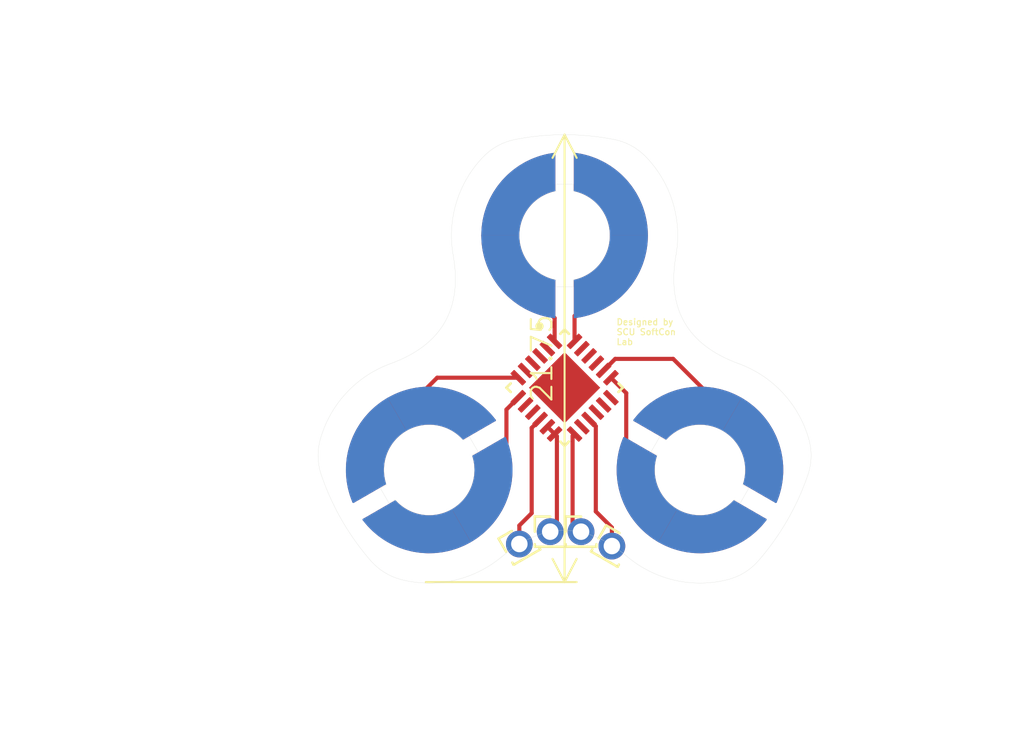
<source format=kicad_pcb>
(kicad_pcb (version 20241229) (generator "pcbnew") (generator_version "9.0")
  (layers (0 "F.Cu" signal) (2 "B.Cu" signal) (13 "F.Paste" user) (15 "B.Paste" user) (5 "F.SilkS" user "F.Silkscreen") (7 "B.SilkS" user "B.Silkscreen") (1 "F.Mask" user) (3 "B.Mask" user) (25 "Edge.Cuts" user))
  (net 0 "")
  (net 1 "SDA")
  (net 2 "SCL")
  (net 3 "GND")
  (net 4 "vcc")
  (net 5 "24")
  (footprint "Library:capacitive pad" (layer "F.Cu") (at 133.418225 93.8 120)
    (property "Reference" "REF**" (hide yes))
    (property "Value" "capacitive pad")
    (fp_line (start -0.5 -3.969109) (end -0.5 -2.193738) (stroke (width 0.1)) (layer "B.Cu"))
    (fp_line (start -0.5 3.969114) (end -0.5 2.193743) (stroke (width 0.1)) (layer "B.Cu"))
    (fp_arc (start -2.25 0.000003) (mid -1.758906 -1.403119) (end -0.5 -2.193738) (stroke (width 0.1)) (layer "B.Cu"))
    (fp_arc (start -4 0.000003) (mid -2.998711 -2.647209) (end -0.496134 -3.969109) (stroke (width 0.1)) (layer "B.Cu"))
    (fp_arc (start -0.5 2.193743) (mid -1.758906 1.403123) (end -2.25 0.000002) (stroke (width 0.1)) (layer "B.Cu"))
    (fp_arc (start -0.496135 3.969114) (mid -2.998711 2.647214) (end -4 0.000002) (stroke (width 0.1)) (layer "B.Cu"))
    (fp_poly (pts (xy -4 0.000002) (xy -3.888081 0.939591) (xy -3.547043 1.848916) (xy -2.998711 2.647214) (xy -2.254905 3.303848) (xy -1.303503 3.781652) (xy -0.496135 3.969114) (xy -0.5 2.193743) (xy -1.188316 1.910606) (xy -1.665865 1.512416) (xy -2.026996 0.976625) (xy -2.18981 0.516948) (xy -2.25 0.000003)) (fill yes) (layer "B.Cu"))
    (fp_poly (pts (xy -4 0.000003) (xy -3.888081 -0.939586) (xy -3.547043 -1.848911) (xy -2.998711 -2.647209) (xy -2.254906 -3.303843) (xy -1.303503 -3.781647) (xy -0.496134 -3.969109) (xy -0.5 -2.193738) (xy -1.188316 -1.910601) (xy -1.665865 -1.512411) (xy -2.026995 -0.97662) (xy -2.18981 -0.516943) (xy -2.25 0.000002)) (fill yes) (layer "B.Cu"))
    (pad "1" smd custom (at -3 0 120) (size 1 1) (layers "F.Cu" "F.Mask" "F.Paste") (options (clearance outline) (anchor circle)) (primitives (gr_poly (pts (xy -1 0.000002) (xy -0.888081 -0.939587) (xy -0.547043 -1.848912) (xy 0.001289 -2.64721) (xy 0.745095 -3.303844) (xy 1.696497 -3.781648) (xy 2.503866 -3.96911) (xy 2.5 -2.193739) (xy 1.811684 -1.910602) (xy 1.334135 -1.512412) (xy 0.973005 -0.976621) (xy 0.81019 -0.516944) (xy 0.75 0.000001)) (width 0) (fill yes)) (gr_poly (pts (xy -1 0.000001) (xy -0.888081 0.93959) (xy -0.547043 1.848915) (xy 0.001289 2.647213) (xy 0.745095 3.303847) (xy 1.696497 3.781651) (xy 2.503866 3.969113) (xy 2.5 2.193742) (xy 1.811684 1.910605) (xy 1.334135 1.512415) (xy 0.973005 0.976624) (xy 0.81019 0.516947) (xy 0.75 0.000002)) (width 0) (fill yes)) (gr_arc (start 2.503866 3.969113) (mid 0.001289 2.647213) (end -1 0.000001) (width 0.1)) (gr_arc (start 2.5 2.193742) (mid 1.241094 1.403122) (end 0.75 0.000001) (width 0.1)) (gr_arc (start 0.75 0.000002) (mid 1.241094 -1.40312) (end 2.5 -2.193739) (width 0.1)) (gr_arc (start -1 0.000002) (mid 0.001289 -2.64721) (end 2.503866 -3.96911) (width 0.1)) (gr_line (start 2.5 3.969113) (end 2.5 2.193742) (width 0.1)) (gr_line (start 2.5 -3.96911) (end 2.5 -2.193739) (width 0.1))))
  )
  (footprint "Library:QFN50P400X400X80-25N" (layer "F.Cu") (at 140 89.8 -45)
    (property "Reference" "REF**" (hide yes))
    (property "Value" "QFN50P400X400X80-25N")
    (fp_line (start -2 2) (end -2.000001 1.705) (stroke (width 0.127)) (layer "F.SilkS"))
    (fp_line (start -2 2) (end -1.705 2.000001) (stroke (width 0.127)) (layer "F.SilkS"))
    (fp_line (start -2 -2) (end -2.000001 -1.705) (stroke (width 0.127)) (layer "F.SilkS"))
    (fp_line (start -2 -2) (end -1.705 -2.000001) (stroke (width 0.127)) (layer "F.SilkS"))
    (fp_line (start 2 2) (end 1.705 2.000001) (stroke (width 0.127)) (layer "F.SilkS"))
    (fp_line (start 2 2) (end 2.000001 1.705) (stroke (width 0.127)) (layer "F.SilkS"))
    (fp_line (start 2 -2) (end 1.705 -2.000001) (stroke (width 0.127)) (layer "F.SilkS"))
    (fp_line (start 2 -2) (end 2.000001 -1.705) (stroke (width 0.127)) (layer "F.SilkS"))
    (fp_circle (center -2.975 -1.25) (end -2.875 -1.249999) (stroke (width 0.2)) (fill no) (layer "F.SilkS"))
    (pad "1" smd roundrect (at -1.935 -1.25 315) (size 0.84 0.27) (layers "F.Cu" "F.Mask" "F.Paste") (roundrect_rratio 0.125))
    (pad "2" smd roundrect (at -1.935001 -0.75 315) (size 0.84 0.27) (layers "F.Cu" "F.Mask" "F.Paste") (roundrect_rratio 0.125))
    (pad "3" smd roundrect (at -1.935 -0.25 315) (size 0.84 0.27) (layers "F.Cu" "F.Mask" "F.Paste") (roundrect_rratio 0.125))
    (pad "4" smd roundrect (at -1.935 0.25 315) (size 0.84 0.27) (layers "F.Cu" "F.Mask" "F.Paste") (roundrect_rratio 0.125))
    (pad "5" smd roundrect (at -1.935001 0.75 315) (size 0.84 0.27) (layers "F.Cu" "F.Mask" "F.Paste") (roundrect_rratio 0.125))
    (pad "6" smd roundrect (at -1.935 1.25 315) (size 0.84 0.27) (layers "F.Cu" "F.Mask" "F.Paste") (roundrect_rratio 0.125))
    (pad "7" smd roundrect (at -1.25 1.935 315) (size 0.27 0.84) (layers "F.Cu" "F.Mask" "F.Paste") (roundrect_rratio 0.125))
    (pad "8" smd roundrect (at -0.75 1.935001 315) (size 0.27 0.84) (layers "F.Cu" "F.Mask" "F.Paste") (roundrect_rratio 0.125))
    (pad "9" smd roundrect (at -0.25 1.935 315) (size 0.27 0.84) (layers "F.Cu" "F.Mask" "F.Paste") (roundrect_rratio 0.125))
    (pad "10" smd roundrect (at 0.25 1.935 315) (size 0.27 0.84) (layers "F.Cu" "F.Mask" "F.Paste") (roundrect_rratio 0.125) (net 3 "GND"))
    (pad "11" smd roundrect (at 0.75 1.935001 315) (size 0.27 0.84) (layers "F.Cu" "F.Mask" "F.Paste") (roundrect_rratio 0.125) (net 4 "vcc"))
    (pad "12" smd roundrect (at 1.25 1.935 315) (size 0.27 0.84) (layers "F.Cu" "F.Mask" "F.Paste") (roundrect_rratio 0.125) (net 4 "vcc"))
    (pad "13" smd roundrect (at 1.935 1.25 315) (size 0.84 0.27) (layers "F.Cu" "F.Mask" "F.Paste") (roundrect_rratio 0.125) (net 1 "SDA"))
    (pad "14" smd roundrect (at 1.935001 0.75 315) (size 0.84 0.27) (layers "F.Cu" "F.Mask" "F.Paste") (roundrect_rratio 0.125))
    (pad "15" smd roundrect (at 1.935 0.25 315) (size 0.84 0.27) (layers "F.Cu" "F.Mask" "F.Paste") (roundrect_rratio 0.125) (net 2 "SCL"))
    (pad "16" smd roundrect (at 1.935 -0.25 315) (size 0.84 0.27) (layers "F.Cu" "F.Mask" "F.Paste") (roundrect_rratio 0.125))
    (pad "17" smd roundrect (at 1.935001 -0.75 315) (size 0.84 0.27) (layers "F.Cu" "F.Mask" "F.Paste") (roundrect_rratio 0.125))
    (pad "18" smd roundrect (at 1.935 -1.25 315) (size 0.84 0.27) (layers "F.Cu" "F.Mask" "F.Paste") (roundrect_rratio 0.125))
    (pad "19" smd roundrect (at 1.25 -1.935 315) (size 0.27 0.84) (layers "F.Cu" "F.Mask" "F.Paste") (roundrect_rratio 0.125))
    (pad "20" smd roundrect (at 0.75 -1.935001 315) (size 0.27 0.84) (layers "F.Cu" "F.Mask" "F.Paste") (roundrect_rratio 0.125))
    (pad "21" smd roundrect (at 0.25 -1.935 315) (size 0.27 0.84) (layers "F.Cu" "F.Mask" "F.Paste") (roundrect_rratio 0.125))
    (pad "22" smd roundrect (at -0.25 -1.935 315) (size 0.27 0.84) (layers "F.Cu" "F.Mask" "F.Paste") (roundrect_rratio 0.125))
    (pad "23" smd roundrect (at -0.75 -1.935001 315) (size 0.27 0.84) (layers "F.Cu" "F.Mask" "F.Paste") (roundrect_rratio 0.125))
    (pad "24" smd roundrect (at -1.25 -1.935 315) (size 0.27 0.84) (layers "F.Cu" "F.Mask" "F.Paste") (roundrect_rratio 0.125) (net 5 "24"))
    (pad "25" smd rect (at 0 0 315) (size 2.45 2.45) (layers "F.Cu" "F.Mask"))
  )
  (footprint "Library:capacitive pad" (layer "F.Cu") (at 133.418225 93.8 -60)
    (property "Reference" "REF**" (hide yes))
    (property "Value" "capacitive pad")
    (fp_line (start -0.5 3.969114) (end -0.5 2.193743) (stroke (width 0.1)) (layer "B.Cu"))
    (fp_line (start -0.5 -3.969108) (end -0.499999 -2.193738) (stroke (width 0.1)) (layer "B.Cu"))
    (fp_arc (start -0.496135 3.969114) (mid -2.998711 2.647214) (end -4 0.000002) (stroke (width 0.1)) (layer "B.Cu"))
    (fp_arc (start -0.5 2.193743) (mid -1.758906 1.403123) (end -2.25 0.000002) (stroke (width 0.1)) (layer "B.Cu"))
    (fp_arc (start -4 0.000003) (mid -2.998711 -2.647209) (end -0.496134 -3.969109) (stroke (width 0.1)) (layer "B.Cu"))
    (fp_arc (start -2.25 0.000003) (mid -1.758905 -1.403119) (end -0.499999 -2.193738) (stroke (width 0.1)) (layer "B.Cu"))
    (fp_poly (pts (xy -4 0.000003) (xy -3.888081 -0.939586) (xy -3.547043 -1.848911) (xy -2.998711 -2.647209) (xy -2.254906 -3.303843) (xy -1.303503 -3.781647) (xy -0.496134 -3.969109) (xy -0.499999 -2.193738) (xy -1.188316 -1.910601) (xy -1.665865 -1.512412) (xy -2.026995 -0.976621) (xy -2.18981 -0.516942) (xy -2.25 0.000002)) (fill yes) (layer "B.Cu"))
    (fp_poly (pts (xy -4 0.000002) (xy -3.888081 0.939591) (xy -3.547043 1.848916) (xy -2.998711 2.647214) (xy -2.254905 3.303848) (xy -1.303503 3.781652) (xy -0.496135 3.969114) (xy -0.5 2.193743) (xy -1.188316 1.910606) (xy -1.665865 1.512416) (xy -2.026996 0.976625) (xy -2.18981 0.516948) (xy -2.25 0.000003)) (fill yes) (layer "B.Cu"))
    (pad "1" smd custom (at -3 0 300) (size 1 1) (layers "F.Cu" "F.Mask" "F.Paste") (options (clearance outline) (anchor circle)) (primitives (gr_poly (pts (xy -1 0.000002) (xy -0.888081 -0.939587) (xy -0.547043 -1.848912) (xy 0.001289 -2.64721) (xy 0.745095 -3.303844) (xy 1.696497 -3.781648) (xy 2.503866 -3.96911) (xy 2.5 -2.193739) (xy 1.811684 -1.910602) (xy 1.334135 -1.512412) (xy 0.973005 -0.976621) (xy 0.81019 -0.516944) (xy 0.75 0.000001)) (width 0) (fill yes)) (gr_poly (pts (xy -1 0.000001) (xy -0.888081 0.93959) (xy -0.547043 1.848915) (xy 0.001289 2.647213) (xy 0.745095 3.303847) (xy 1.696497 3.781651) (xy 2.503866 3.969113) (xy 2.5 2.193742) (xy 1.811684 1.910605) (xy 1.334135 1.512415) (xy 0.973005 0.976624) (xy 0.81019 0.516947) (xy 0.75 0.000002)) (width 0) (fill yes)) (gr_arc (start 2.503866 3.969113) (mid 0.001289 2.647213) (end -1 0.000001) (width 0.1)) (gr_arc (start 2.5 2.193742) (mid 1.241094 1.403122) (end 0.75 0.000001) (width 0.1)) (gr_arc (start 0.75 0.000002) (mid 1.241094 -1.40312) (end 2.5 -2.193739) (width 0.1)) (gr_arc (start -1 0.000002) (mid 0.001289 -2.64721) (end 2.503866 -3.96911) (width 0.1)) (gr_line (start 2.5 3.969113) (end 2.5 2.193742) (width 0.1)) (gr_line (start 2.5 -3.96911) (end 2.5 -2.193739) (width 0.1))))
  )
  (footprint "Library:capacitive pad" (layer "F.Cu") (at 146.581793 93.80001 60)
    (property "Reference" "REF**" (hide yes))
    (property "Value" "capacitive pad")
    (fp_line (start -0.5 -3.969108) (end -0.499999 -2.193738) (stroke (width 0.1)) (layer "B.Cu"))
    (fp_line (start -0.5 3.969115) (end -0.5 2.193743) (stroke (width 0.1)) (layer "B.Cu"))
    (fp_arc (start -4 0.000003) (mid -2.998711 -2.647209) (end -0.496134 -3.969109) (stroke (width 0.1)) (layer "B.Cu"))
    (fp_arc (start -2.25 0.000004) (mid -1.758905 -1.403119) (end -0.499999 -2.193738) (stroke (width 0.1)) (layer "B.Cu"))
    (fp_arc (start -0.5 2.193743) (mid -1.758906 1.403123) (end -2.25 0.000002) (stroke (width 0.1)) (layer "B.Cu"))
    (fp_arc (start -0.496135 3.969114) (mid -2.998711 2.647214) (end -4 0.000002) (stroke (width 0.1)) (layer "B.Cu"))
    (fp_poly (pts (xy -4 0.000002) (xy -3.888081 0.939591) (xy -3.547043 1.848916) (xy -2.998711 2.647214) (xy -2.254905 3.303848) (xy -1.303503 3.781652) (xy -0.496135 3.969114) (xy -0.5 2.193743) (xy -1.188316 1.910606) (xy -1.665865 1.512416) (xy -2.026996 0.976625) (xy -2.18981 0.516948) (xy -2.25 0.000004)) (fill yes) (layer "B.Cu"))
    (fp_poly (pts (xy -4 0.000003) (xy -3.888081 -0.939586) (xy -3.547043 -1.848911) (xy -2.998711 -2.647209) (xy -2.254906 -3.303843) (xy -1.303503 -3.781647) (xy -0.496134 -3.969109) (xy -0.499999 -2.193738) (xy -1.188316 -1.910601) (xy -1.665865 -1.512412) (xy -2.026995 -0.976621) (xy -2.18981 -0.516942) (xy -2.25 0.000002)) (fill yes) (layer "B.Cu"))
    (pad "1" smd custom (at -3 0 60) (size 1 1) (layers "F.Cu" "F.Mask" "F.Paste") (options (clearance outline) (anchor circle)) (primitives (gr_poly (pts (xy -1 0.000002) (xy -0.888081 -0.939587) (xy -0.547043 -1.848912) (xy 0.001289 -2.64721) (xy 0.745095 -3.303844) (xy 1.696497 -3.781648) (xy 2.503866 -3.96911) (xy 2.5 -2.193739) (xy 1.811684 -1.910602) (xy 1.334135 -1.512412) (xy 0.973005 -0.976621) (xy 0.81019 -0.516944) (xy 0.75 0.000001)) (width 0) (fill yes)) (gr_poly (pts (xy -1 0.000001) (xy -0.888081 0.93959) (xy -0.547043 1.848915) (xy 0.001289 2.647213) (xy 0.745095 3.303847) (xy 1.696497 3.781651) (xy 2.503866 3.969113) (xy 2.5 2.193742) (xy 1.811684 1.910605) (xy 1.334135 1.512415) (xy 0.973005 0.976624) (xy 0.81019 0.516947) (xy 0.75 0.000002)) (width 0) (fill yes)) (gr_arc (start 2.503866 3.969113) (mid 0.001289 2.647213) (end -1 0.000001) (width 0.1)) (gr_arc (start 2.5 2.193742) (mid 1.241094 1.403122) (end 0.75 0.000001) (width 0.1)) (gr_arc (start 0.75 0.000002) (mid 1.241094 -1.40312) (end 2.5 -2.193739) (width 0.1)) (gr_arc (start -1 0.000002) (mid 0.001289 -2.64721) (end 2.503866 -3.96911) (width 0.1)) (gr_line (start 2.5 3.969113) (end 2.5 2.193742) (width 0.1)) (gr_line (start 2.5 -3.96911) (end 2.5 -2.193739) (width 0.1))))
  )
  (footprint "Library:capacitive pad" (layer "F.Cu") (at 140 82.40001)
    (property "Reference" "REF**" (hide yes))
    (property "Value" "capacitive pad")
    (fp_line (start -0.5 -3.969109) (end -0.5 -2.193738) (stroke (width 0.1)) (layer "B.Cu"))
    (fp_line (start -0.5 3.969114) (end -0.5 2.193743) (stroke (width 0.1)) (layer "B.Cu"))
    (fp_arc (start -4 0.000003) (mid -2.998711 -2.647209) (end -0.496134 -3.969109) (stroke (width 0.1)) (layer "B.Cu"))
    (fp_arc (start -2.25 0.000003) (mid -1.758906 -1.403119) (end -0.5 -2.193738) (stroke (width 0.1)) (layer "B.Cu"))
    (fp_arc (start -0.5 2.193743) (mid -1.758906 1.403123) (end -2.25 0.000002) (stroke (width 0.1)) (layer "B.Cu"))
    (fp_arc (start -0.496134 3.969114) (mid -2.998711 2.647214) (end -4 0.000002) (stroke (width 0.1)) (layer "B.Cu"))
    (fp_poly (pts (xy -4 0.000002) (xy -3.888081 0.939591) (xy -3.547043 1.848916) (xy -2.998711 2.647214) (xy -2.254905 3.303848) (xy -1.303503 3.781652) (xy -0.496134 3.969114) (xy -0.5 2.193743) (xy -1.188316 1.910606) (xy -1.665865 1.512416) (xy -2.026995 0.976625) (xy -2.18981 0.516948) (xy -2.25 0.000003)) (fill yes) (layer "B.Cu"))
    (fp_poly (pts (xy -4 0.000003) (xy -3.888081 -0.939586) (xy -3.547043 -1.848911) (xy -2.998711 -2.647209) (xy -2.254905 -3.303843) (xy -1.303503 -3.781647) (xy -0.496134 -3.969109) (xy -0.5 -2.193738) (xy -1.188316 -1.910601) (xy -1.665865 -1.512411) (xy -2.026995 -0.97662) (xy -2.18981 -0.516943) (xy -2.25 0.000002)) (fill yes) (layer "B.Cu"))
    (pad "1" smd custom (at -3 0) (size 1 1) (layers "F.Cu" "F.Mask" "F.Paste") (options (clearance outline) (anchor circle)) (primitives (gr_poly (pts (xy -1 0.000002) (xy -0.888081 -0.939587) (xy -0.547043 -1.848912) (xy 0.001289 -2.64721) (xy 0.745095 -3.303844) (xy 1.696497 -3.781648) (xy 2.503866 -3.96911) (xy 2.5 -2.193739) (xy 1.811684 -1.910602) (xy 1.334135 -1.512412) (xy 0.973005 -0.976621) (xy 0.81019 -0.516944) (xy 0.75 0.000001)) (width 0) (fill yes)) (gr_poly (pts (xy -1 0.000001) (xy -0.888081 0.93959) (xy -0.547043 1.848915) (xy 0.001289 2.647213) (xy 0.745095 3.303847) (xy 1.696497 3.781651) (xy 2.503866 3.969113) (xy 2.5 2.193742) (xy 1.811684 1.910605) (xy 1.334135 1.512415) (xy 0.973005 0.976624) (xy 0.81019 0.516947) (xy 0.75 0.000002)) (width 0) (fill yes)) (gr_arc (start 2.503866 3.969113) (mid 0.001289 2.647213) (end -1 0.000001) (width 0.1)) (gr_arc (start 2.5 2.193742) (mid 1.241094 1.403122) (end 0.75 0.000001) (width 0.1)) (gr_arc (start 0.75 0.000002) (mid 1.241094 -1.40312) (end 2.5 -2.193739) (width 0.1)) (gr_arc (start -1 0.000002) (mid 0.001289 -2.64721) (end 2.503866 -3.96911) (width 0.1)) (gr_line (start 2.5 3.969113) (end 2.5 2.193742) (width 0.1)) (gr_line (start 2.5 -3.96911) (end 2.5 -2.193739) (width 0.1))))
  )
  (footprint "Library:capacitive pad" (layer "F.Cu") (at 140 82.40001 180)
    (property "Reference" "REF**" (hide yes))
    (property "Value" "capacitive pad")
    (fp_line (start -0.5 3.969114) (end -0.5 2.193743) (stroke (width 0.1)) (layer "B.Cu"))
    (fp_line (start -0.5 -3.969108) (end -0.499999 -2.193738) (stroke (width 0.1)) (layer "B.Cu"))
    (fp_arc (start -0.496134 3.969114) (mid -2.998711 2.647214) (end -4.000001 0.000002) (stroke (width 0.1)) (layer "B.Cu"))
    (fp_arc (start -0.5 2.193743) (mid -1.758906 1.403123) (end -2.25 0.000002) (stroke (width 0.1)) (layer "B.Cu"))
    (fp_arc (start -2.25 0.000003) (mid -1.758905 -1.403119) (end -0.499999 -2.193738) (stroke (width 0.1)) (layer "B.Cu"))
    (fp_arc (start -4 0.000003) (mid -2.99871 -2.647209) (end -0.496134 -3.969109) (stroke (width 0.1)) (layer "B.Cu"))
    (fp_poly (pts (xy -4 0.000003) (xy -3.888081 -0.939586) (xy -3.547043 -1.848911) (xy -2.99871 -2.647209) (xy -2.254905 -3.303843) (xy -1.303503 -3.781647) (xy -0.496134 -3.969109) (xy -0.499999 -2.193738) (xy -1.188316 -1.910601) (xy -1.665865 -1.512412) (xy -2.026995 -0.976621) (xy -2.18981 -0.516942) (xy -2.25 0.000002)) (fill yes) (layer "B.Cu"))
    (fp_poly (pts (xy -4.000001 0.000002) (xy -3.888081 0.939591) (xy -3.547043 1.848916) (xy -2.998711 2.647214) (xy -2.254905 3.303848) (xy -1.303503 3.781652) (xy -0.496134 3.969114) (xy -0.5 2.193743) (xy -1.188316 1.910606) (xy -1.665865 1.512416) (xy -2.026995 0.976625) (xy -2.18981 0.516948) (xy -2.25 0.000003)) (fill yes) (layer "B.Cu"))
    (pad "1" smd custom (at -3 0 180) (size 1 1) (layers "F.Cu" "F.Mask" "F.Paste") (net 5 "24") (options (clearance outline) (anchor circle)) (primitives (gr_poly (pts (xy -1 0.000002) (xy -0.888081 -0.939587) (xy -0.547043 -1.848912) (xy 0.001289 -2.64721) (xy 0.745095 -3.303844) (xy 1.696497 -3.781648) (xy 2.503866 -3.96911) (xy 2.5 -2.193739) (xy 1.811684 -1.910602) (xy 1.334135 -1.512412) (xy 0.973005 -0.976621) (xy 0.81019 -0.516944) (xy 0.75 0.000001)) (width 0) (fill yes)) (gr_poly (pts (xy -1 0.000001) (xy -0.888081 0.93959) (xy -0.547043 1.848915) (xy 0.001289 2.647213) (xy 0.745095 3.303847) (xy 1.696497 3.781651) (xy 2.503866 3.969113) (xy 2.5 2.193742) (xy 1.811684 1.910605) (xy 1.334135 1.512415) (xy 0.973005 0.976624) (xy 0.81019 0.516947) (xy 0.75 0.000002)) (width 0) (fill yes)) (gr_arc (start 2.503866 3.969113) (mid 0.001289 2.647213) (end -1 0.000001) (width 0.1)) (gr_arc (start 2.5 2.193742) (mid 1.241094 1.403122) (end 0.75 0.000001) (width 0.1)) (gr_arc (start 0.75 0.000002) (mid 1.241094 -1.40312) (end 2.5 -2.193739) (width 0.1)) (gr_arc (start -1 0.000002) (mid 0.001289 -2.64721) (end 2.503866 -3.96911) (width 0.1)) (gr_line (start 2.5 3.969113) (end 2.5 2.193742) (width 0.1)) (gr_line (start 2.5 -3.96911) (end 2.5 -2.193739) (width 0.1))))
  )
  (footprint "Library:capacitive pad" (layer "F.Cu") (at 146.581793 93.80001 -120)
    (property "Reference" "REF**" (hide yes))
    (property "Value" "capacitive pad")
    (fp_line (start -0.5 3.969115) (end -0.5 2.193743) (stroke (width 0.1)) (layer "B.Cu"))
    (fp_line (start -0.5 -3.969109) (end -0.5 -2.193738) (stroke (width 0.1)) (layer "B.Cu"))
    (fp_arc (start -0.496135 3.969114) (mid -2.998711 2.647214) (end -4 0.000002) (stroke (width 0.1)) (layer "B.Cu"))
    (fp_arc (start -0.5 2.193743) (mid -1.758906 1.403123) (end -2.25 0.000002) (stroke (width 0.1)) (layer "B.Cu"))
    (fp_arc (start -2.25 0.000004) (mid -1.758906 -1.403119) (end -0.5 -2.193738) (stroke (width 0.1)) (layer "B.Cu"))
    (fp_arc (start -4 0.000003) (mid -2.998711 -2.647209) (end -0.496134 -3.969109) (stroke (width 0.1)) (layer "B.Cu"))
    (fp_poly (pts (xy -4 0.000003) (xy -3.888081 -0.939586) (xy -3.547043 -1.848911) (xy -2.998711 -2.647209) (xy -2.254906 -3.303843) (xy -1.303503 -3.781647) (xy -0.496134 -3.969109) (xy -0.5 -2.193738) (xy -1.188316 -1.910601) (xy -1.665865 -1.512411) (xy -2.026995 -0.97662) (xy -2.18981 -0.516943) (xy -2.25 0.000002)) (fill yes) (layer "B.Cu"))
    (fp_poly (pts (xy -4 0.000002) (xy -3.888081 0.939591) (xy -3.547043 1.848916) (xy -2.998711 2.647214) (xy -2.254905 3.303848) (xy -1.303503 3.781652) (xy -0.496135 3.969114) (xy -0.5 2.193743) (xy -1.188316 1.910606) (xy -1.665865 1.512416) (xy -2.026996 0.976625) (xy -2.18981 0.516948) (xy -2.25 0.000004)) (fill yes) (layer "B.Cu"))
    (pad "1" smd custom (at -3 0 240) (size 1 1) (layers "F.Cu" "F.Mask" "F.Paste") (options (clearance outline) (anchor circle)) (primitives (gr_poly (pts (xy -1 0.000002) (xy -0.888081 -0.939587) (xy -0.547043 -1.848912) (xy 0.001289 -2.64721) (xy 0.745095 -3.303844) (xy 1.696497 -3.781648) (xy 2.503866 -3.96911) (xy 2.5 -2.193739) (xy 1.811684 -1.910602) (xy 1.334135 -1.512412) (xy 0.973005 -0.976621) (xy 0.81019 -0.516944) (xy 0.75 0.000001)) (width 0) (fill yes)) (gr_poly (pts (xy -1 0.000001) (xy -0.888081 0.93959) (xy -0.547043 1.848915) (xy 0.001289 2.647213) (xy 0.745095 3.303847) (xy 1.696497 3.781651) (xy 2.503866 3.969113) (xy 2.5 2.193742) (xy 1.811684 1.910605) (xy 1.334135 1.512415) (xy 0.973005 0.976624) (xy 0.81019 0.516947) (xy 0.75 0.000002)) (width 0) (fill yes)) (gr_arc (start 2.503866 3.969113) (mid 0.001289 2.647213) (end -1 0.000001) (width 0.1)) (gr_arc (start 2.5 2.193742) (mid 1.241094 1.403122) (end 0.75 0.000001) (width 0.1)) (gr_arc (start 0.75 0.000002) (mid 1.241094 -1.40312) (end 2.5 -2.193739) (width 0.1)) (gr_arc (start -1 0.000002) (mid 0.001289 -2.64721) (end 2.503866 -3.96911) (width 0.1)) (gr_line (start 2.5 3.969113) (end 2.5 2.193742) (width 0.1)) (gr_line (start 2.5 -3.96911) (end 2.5 -2.193739) (width 0.1))))
  )
  (footprint "Connector_PinHeader_1.00mm:PinHeader_1x01_P1.00mm_Vertical" (layer "F.Cu") (at 142.3 97.5 -30)
    (property "Reference" "REF**" (hide yes))
    (property "Value" "PinHeader_1x01_P1.00mm_Vertical")
    (fp_line (start -0.745 0.735) (end -0.685565 0.735) (stroke (width 0.12)) (layer "F.SilkS"))
    (fp_line (start -0.745 0.735) (end -0.745 0.61) (stroke (width 0.12)) (layer "F.SilkS"))
    (fp_line (start -0.745 0.735) (end 0.745 0.735) (stroke (width 0.12)) (layer "F.SilkS"))
    (fp_line (start -0.745 0) (end -0.745 -0.735) (stroke (width 0.12)) (layer "F.SilkS"))
    (fp_line (start -0.745 -0.735) (end 0 -0.735) (stroke (width 0.12)) (layer "F.SilkS"))
    (fp_line (start 0.685565 0.735) (end 0.745 0.735) (stroke (width 0.12)) (layer "F.SilkS"))
    (fp_line (start 0.745 0.735) (end 0.745 0.61) (stroke (width 0.12)) (layer "F.SilkS"))
    (pad "1" thru_hole circle (at 0 0 330) (size 1.3 0.85) (drill 0.8) (layers "*.Cu" "*.Mask") (net 2 "SCL"))
  )
  (footprint "Connector_PinHeader_1.00mm:PinHeader_1x01_P1.00mm_Vertical" (layer "F.Cu") (at 137.8 97.4 30)
    (property "Reference" "REF**" (hide yes))
    (property "Value" "PinHeader_1x01_P1.00mm_Vertical")
    (fp_line (start -0.745 -0.735) (end 0 -0.735) (stroke (width 0.12)) (layer "F.SilkS"))
    (fp_line (start -0.745 0) (end -0.745 -0.735) (stroke (width 0.12)) (layer "F.SilkS"))
    (fp_line (start -0.745 0.735) (end -0.745 0.61) (stroke (width 0.12)) (layer "F.SilkS"))
    (fp_line (start -0.745 0.735) (end -0.685565 0.735) (stroke (width 0.12)) (layer "F.SilkS"))
    (fp_line (start -0.745 0.735) (end 0.745 0.735) (stroke (width 0.12)) (layer "F.SilkS"))
    (fp_line (start 0.685565 0.735) (end 0.745 0.735) (stroke (width 0.12)) (layer "F.SilkS"))
    (fp_line (start 0.745 0.735) (end 0.745 0.61) (stroke (width 0.12)) (layer "F.SilkS"))
    (pad "1" thru_hole circle (at 0 0 30) (size 1.3 0.85) (drill 0.8) (layers "*.Cu" "*.Mask") (net 3 "GND"))
  )
  (footprint "Connector_PinHeader_1.00mm:PinHeader_1x01_P1.00mm_Vertical" (layer "F.Cu") (at 140.8 96.8)
    (property "Reference" "REF**" (hide yes))
    (property "Value" "PinHeader_1x01_P1.00mm_Vertical")
    (fp_line (start -0.745 -0.735) (end 0 -0.735) (stroke (width 0.12)) (layer "F.SilkS"))
    (fp_line (start -0.745 0) (end -0.745 -0.735) (stroke (width 0.12)) (layer "F.SilkS"))
    (fp_line (start -0.745 0.735) (end -0.745 0.61) (stroke (width 0.12)) (layer "F.SilkS"))
    (fp_line (start -0.745 0.735) (end -0.685565 0.735) (stroke (width 0.12)) (layer "F.SilkS"))
    (fp_line (start -0.745 0.735) (end 0.745 0.735) (stroke (width 0.12)) (layer "F.SilkS"))
    (fp_line (start 0.685565 0.735) (end 0.745 0.735) (stroke (width 0.12)) (layer "F.SilkS"))
    (fp_line (start 0.745 0.735) (end 0.745 0.61) (stroke (width 0.12)) (layer "F.SilkS"))
    (pad "1" thru_hole circle (at 0 0 350) (size 1.3 0.85) (drill 0.8) (layers "*.Cu" "*.Mask") (net 1 "SDA"))
  )
  (footprint "Connector_PinHeader_1.00mm:PinHeader_1x01_P1.00mm_Vertical" (layer "F.Cu") (at 139.3 96.8)
    (property "Reference" "REF**" (hide yes))
    (property "Value" "PinHeader_1x01_P1.00mm_Vertical")
    (fp_line (start -0.745 -0.735) (end 0 -0.735) (stroke (width 0.12)) (layer "F.SilkS"))
    (fp_line (start -0.745 0) (end -0.745 -0.735) (stroke (width 0.12)) (layer "F.SilkS"))
    (fp_line (start -0.745 0.735) (end -0.745 0.61) (stroke (width 0.12)) (layer "F.SilkS"))
    (fp_line (start -0.745 0.735) (end -0.685565 0.735) (stroke (width 0.12)) (layer "F.SilkS"))
    (fp_line (start -0.745 0.735) (end 0.745 0.735) (stroke (width 0.12)) (layer "F.SilkS"))
    (fp_line (start 0.685565 0.735) (end 0.745 0.735) (stroke (width 0.12)) (layer "F.SilkS"))
    (fp_line (start 0.745 0.735) (end 0.745 0.61) (stroke (width 0.12)) (layer "F.SilkS"))
    (pad "1" thru_hole circle (at 0 0 10) (size 1.3 0.85) (drill 0.8) (layers "*.Cu" "*.Mask") (net 4 "vcc"))
  )
  (gr_line (start 139.588355 79.9) (end 140.411645 79.90001) (stroke (width 0.01)) (layer "Edge.Cuts"))
  (gr_line (start 144.916026 92.362953) (end 144.62257 92.193526) (stroke (width 0.01)) (layer "Edge.Cuts"))
  (gr_arc (start 130.562247 98.196279) (mid 129.174682 96.250011) (end 128.182947 94.07521) (stroke (width 0.01)) (layer "Edge.Cuts"))
  (gr_curve (pts (xy 148.462904 88.631701) (xy 145.971545 87.72492) (xy 144.956058 85.966045) (xy 145.416443 83.355075)) (stroke (width 0.01)) (layer "Edge.Cuts"))
  (gr_arc (start 148.462904 88.631701) (mid 150.593481 90.037512) (end 151.859961 92.253744) (stroke (width 0.01)) (layer "Edge.Cuts"))
  (gr_arc (start 140.411645 80.238865) (mid 141.694936 80.997444) (end 142.2 82.40001) (stroke (width 0.01)) (layer "Edge.Cuts"))
  (gr_line (start 140.411645 80.238865) (end 140.411645 79.90001) (stroke (width 0.01)) (layer "Edge.Cuts"))
  (gr_line (start 139.588355 80.238855) (end 139.588355 79.9) (stroke (width 0.01)) (layer "Edge.Cuts"))
  (gr_line (start 135.377457 92.19351) (end 135.789093 92.906505) (stroke (width 0.01)) (layer "Edge.Cuts"))
  (gr_curve (pts (xy 137.6207 77.728542) (xy 136.994931 77.849871) (xy 136.461967 78.141063) (xy 136.02181 78.602115)) (stroke (width 0.01)) (layer "Edge.Cuts"))
  (gr_arc (start 132.318216 91.894749) (mid 133.785406 91.630864) (end 135.084 92.362937) (stroke (width 0.01)) (layer "Edge.Cuts"))
  (gr_arc (start 134.583557 83.355075) (mid 134.735739 80.807037) (end 136.02181 78.602115) (stroke (width 0.01)) (layer "Edge.Cuts"))
  (gr_line (start 131.340796 94.524077) (end 131.047339 94.693505) (stroke (width 0.01)) (layer "Edge.Cuts"))
  (gr_line (start 148.247577 95.237078) (end 148.541034 95.406505) (stroke (width 0.01)) (layer "Edge.Cuts"))
  (gr_line (start 140.411645 84.9) (end 139.588355 84.89999) (stroke (width 0.01)) (layer "Edge.Cuts"))
  (gr_arc (start 137.8 82.4) (mid 138.305064 80.997434) (end 139.588355 80.238855) (stroke (width 0.01)) (layer "Edge.Cuts"))
  (gr_curve (pts (xy 134.583557 83.355075) (xy 135.043942 85.966045) (xy 134.028455 87.72492) (xy 131.537096 88.631701)) (stroke (width 0.01)) (layer "Edge.Cuts"))
  (gr_curve (pts (xy 128.140039 92.253744) (xy 127.960834 92.865457) (xy 127.975137 93.472613) (xy 128.182947 94.07521)) (stroke (width 0.01)) (layer "Edge.Cuts"))
  (gr_arc (start 139.588355 84.561135) (mid 138.305064 83.802556) (end 137.8 82.39999) (stroke (width 0.01)) (layer "Edge.Cuts"))
  (gr_arc (start 147.881771 99.144171) (mid 145.329217 99.155481) (end 143.046461 98.013254) (stroke (width 0.01)) (layer "Edge.Cuts"))
  (gr_arc (start 134.518216 95.705261) (mid 133.051026 95.969145) (end 131.752432 95.237072) (stroke (width 0.01)) (layer "Edge.Cuts"))
  (gr_curve (pts (xy 151.817053 94.07521) (xy 152.024863 93.472613) (xy 152.039166 92.865457) (xy 151.859961 92.253744)) (stroke (width 0.01)) (layer "Edge.Cuts"))
  (gr_arc (start 135.495636 93.075932) (mid 135.480333 94.566584) (end 134.518207 95.705266) (stroke (width 0.01)) (layer "Edge.Cuts"))
  (gr_line (start 131.458975 95.4065) (end 131.047339 94.693505) (stroke (width 0.01)) (layer "Edge.Cuts"))
  (gr_arc (start 143.97819 78.602115) (mid 145.26426 80.807037) (end 145.416443 83.355075) (stroke (width 0.01)) (layer "Edge.Cuts"))
  (gr_arc (start 144.916026 92.362953) (mid 146.21462 91.63088) (end 147.681811 91.894765) (stroke (width 0.01)) (layer "Edge.Cuts"))
  (gr_line (start 139.588355 84.561135) (end 139.588355 84.89999) (stroke (width 0.01)) (layer "Edge.Cuts"))
  (gr_line (start 135.495636 93.075932) (end 135.789093 92.906505) (stroke (width 0.01)) (layer "Edge.Cuts"))
  (gr_curve (pts (xy 143.97819 78.602115) (xy 143.538033 78.141063) (xy 143.005069 77.849871) (xy 142.3793 77.728542)) (stroke (width 0.01)) (layer "Edge.Cuts"))
  (gr_line (start 140.411645 84.561145) (end 140.411645 84.9) (stroke (width 0.01)) (layer "Edge.Cuts"))
  (gr_curve (pts (xy 136.953539 98.013254) (xy 138.984513 96.309065) (xy 141.015487 96.309065) (xy 143.046461 98.013254)) (stroke (width 0.01)) (layer "Edge.Cuts"))
  (gr_line (start 131.752432 95.237072) (end 131.458975 95.4065) (stroke (width 0.01)) (layer "Edge.Cuts"))
  (gr_arc (start 151.817053 94.07521) (mid 150.825317 96.25001) (end 149.437753 98.196279) (stroke (width 0.01)) (layer "Edge.Cuts"))
  (gr_line (start 148.65923 94.524093) (end 148.952688 94.69352) (stroke (width 0.01)) (layer "Edge.Cuts"))
  (gr_arc (start 145.481802 95.705271) (mid 144.519676 94.56659) (end 144.504372 93.075938) (stroke (width 0.01)) (layer "Edge.Cuts"))
  (gr_arc (start 137.6207 77.728542) (mid 140 77.50001) (end 142.3793 77.728542) (stroke (width 0.01)) (layer "Edge.Cuts"))
  (gr_arc (start 136.953539 98.013254) (mid 134.670783 99.15548) (end 132.118229 99.144171) (stroke (width 0.01)) (layer "Edge.Cuts"))
  (gr_arc (start 148.247577 95.237078) (mid 146.948983 95.969151) (end 145.481793 95.705266) (stroke (width 0.01)) (layer "Edge.Cuts"))
  (gr_curve (pts (xy 147.881771 99.144171) (xy 148.501133 98.99351) (xy 149.019794 98.677546) (xy 149.437753 98.196279)) (stroke (width 0.01)) (layer "Edge.Cuts"))
  (gr_line (start 135.084 92.362937) (end 135.377457 92.19351) (stroke (width 0.01)) (layer "Edge.Cuts"))
  (gr_line (start 148.952688 94.69352) (end 148.541034 95.406505) (stroke (width 0.01)) (layer "Edge.Cuts"))
  (gr_arc (start 128.140039 92.253744) (mid 129.406522 90.037513) (end 131.537096 88.631701) (stroke (width 0.01)) (layer "Edge.Cuts"))
  (gr_line (start 144.210916 92.90651) (end 144.62257 92.193526) (stroke (width 0.01)) (layer "Edge.Cuts"))
  (gr_curve (pts (xy 130.562247 98.196279) (xy 130.980206 98.677546) (xy 131.498867 98.99351) (xy 132.118229 99.144171)) (stroke (width 0.01)) (layer "Edge.Cuts"))
  (gr_arc (start 131.340796 94.524077) (mid 131.356099 93.033425) (end 132.318225 91.894744) (stroke (width 0.01)) (layer "Edge.Cuts"))
  (gr_arc (start 147.681802 91.894759) (mid 148.643927 93.033441) (end 148.65923 94.524093) (stroke (width 0.01)) (layer "Edge.Cuts"))
  (gr_line (start 144.504372 93.075938) (end 144.210916 92.90651) (stroke (width 0.01)) (layer "Edge.Cuts"))
  (gr_arc (start 142.2 82.4) (mid 141.694936 83.802566) (end 140.411645 84.561145) (stroke (width 0.01)) (layer "Edge.Cuts"))
  (gr_text "Designed by \nSCU SoftCon \nLab" (at 142.5 87.75 0) (layer "F.SilkS") (effects (font (size 0.3 0.3) (thickness 0.05) (bold yes)) (justify left bottom)))
  (dimension (type orthogonal) (layer "F.SilkS") (pts (xy 140 77.5) (xy 132.75 99.25)) (height 0) (orientation 1) (format (prefix "") (suffix "") (units 3) (units_format 0) (precision 4) (suppress_zeroes yes)) (style (thickness 0.1) (arrow_length 1.27) (text_position_mode 0) (arrow_direction outward) (extension_height 0.58642) (extension_offset 0.5) (keep_text_aligned yes)) (gr_text "21.75" (at 138.9 88.375 90) (layer "F.SilkS") (effects (font (size 1 1) (thickness 0.1)))))
  (segment (start 137.747865 90.2874) (end 137.747865 90.284368) (width 0.2) (layer "F.Cu") (net 0))
  (segment (start 134.918225 96.281775) (end 136.7 94.5) (width 0.2) (layer "F.Cu") (net 0))
  (segment (start 142.46066 88.4) (end 145.279859 88.4) (width 0.2) (layer "F.Cu") (net 0))
  (segment (start 137.747865 89.315632) (end 133.804517 89.315632) (width 0.2) (layer "F.Cu") (net 0))
  (segment (start 137 82.40001) (end 137 83.9) (width 0.2) (layer "F.Cu") (net 0))
  (segment (start 141.898582 88.962078) (end 142.46066 88.4) (width 0.2) (layer "F.Cu") (net 0))
  (segment (start 137.172749 94.143552) (end 137.172749 90.862516) (width 0.2) (layer "F.Cu") (net 0))
  (segment (start 133.804517 89.315632) (end 131.918225 91.201924) (width 0.2) (layer "F.Cu") (net 0))
  (segment (start 139.515632 86.415632) (end 139.515632 87.547865) (width 0.2) (layer "F.Cu") (net 0))
  (segment (start 145.081793 96.081793) (end 142.996436 93.996436) (width 0.2) (layer "F.Cu") (net 0))
  (segment (start 137 83.9) (end 139.515632 86.415632) (width 0.2) (layer "F.Cu") (net 0))
  (segment (start 145.279859 88.4) (end 148.081793 91.201934) (width 0.2) (layer "F.Cu") (net 0))
  (segment (start 142.996436 90.059933) (end 142.252135 89.315632) (width 0.2) (layer "F.Cu") (net 0))
  (segment (start 137.172749 90.862516) (end 137.747865 90.2874) (width 0.2) (layer "F.Cu") (net 0))
  (segment (start 134.918225 96.398076) (end 137.172749 94.143552) (width 0.2) (layer "F.Cu") (net 0))
  (segment (start 145.081793 96.398086) (end 145.081793 96.081793) (width 0.2) (layer "F.Cu") (net 0))
  (segment (start 142.996436 93.996436) (end 142.996436 90.059933) (width 0.2) (layer "F.Cu") (net 0))
  (segment (start 140.484368 92.052135) (end 140.388908 92.147595) (width 0.2) (layer "F.Cu") (net 1))
  (segment (start 140.388908 92.147595) (end 140.388908 96.388908) (width 0.2) (layer "F.Cu") (net 1))
  (segment (start 140.388908 96.388908) (end 140.8 96.8) (width 0.2) (layer "F.Cu") (net 1))
  (segment (start 141.518047 95.818047) (end 142.3 96.6) (width 0.2) (layer "F.Cu") (net 2))
  (segment (start 141.191475 91.345028) (end 141.518047 91.6716) (width 0.2) (layer "F.Cu") (net 2))
  (segment (start 142.3 96.6) (end 142.3 97.5) (width 0.2) (layer "F.Cu") (net 2))
  (segment (start 141.518047 91.6716) (end 141.518047 95.818047) (width 0.2) (layer "F.Cu") (net 2))
  (segment (start 138.808525 91.345028) (end 138.4 91.753553) (width 0.2) (layer "F.Cu") (net 3))
  (segment (start 137.8 96.5) (end 137.8 97.4) (width 0.2) (layer "F.Cu") (net 3))
  (segment (start 138.4 91.753553) (end 138.4 95.9) (width 0.2) (layer "F.Cu") (net 3))
  (segment (start 138.4 95.9) (end 137.8 96.5) (width 0.2) (layer "F.Cu") (net 3))
  (segment (start 139.626 92.162503) (end 139.626 96.474) (width 0.2) (layer "F.Cu") (net 4))
  (segment (start 139.162078 91.698582) (end 139.515632 92.052135) (width 0.2) (layer "F.Cu") (net 4))
  (segment (start 139.626 96.474) (end 139.3 96.8) (width 0.2) (layer "F.Cu") (net 4))
  (segment (start 139.515632 92.052135) (end 139.626 92.162503) (width 0.2) (layer "F.Cu") (net 4))
  (segment (start 143 83.37487) (end 142.175028 84.199842) (width 0.2) (layer "F.Cu") (net 5))
  (segment (start 143 82.40001) (end 143 83.37487) (width 0.2) (layer "F.Cu") (net 5))
  (segment (start 143 82.40001) (end 143 83.8) (width 0.2) (layer "F.Cu") (net 5))
  (segment (start 143 83.8) (end 140.484368 86.315632) (width 0.2) (layer "F.Cu") (net 5))
  (segment (start 140.484368 86.315632) (end 140.484368 87.547865) (width 0.2) (layer "F.Cu") (net 5))
)
</source>
